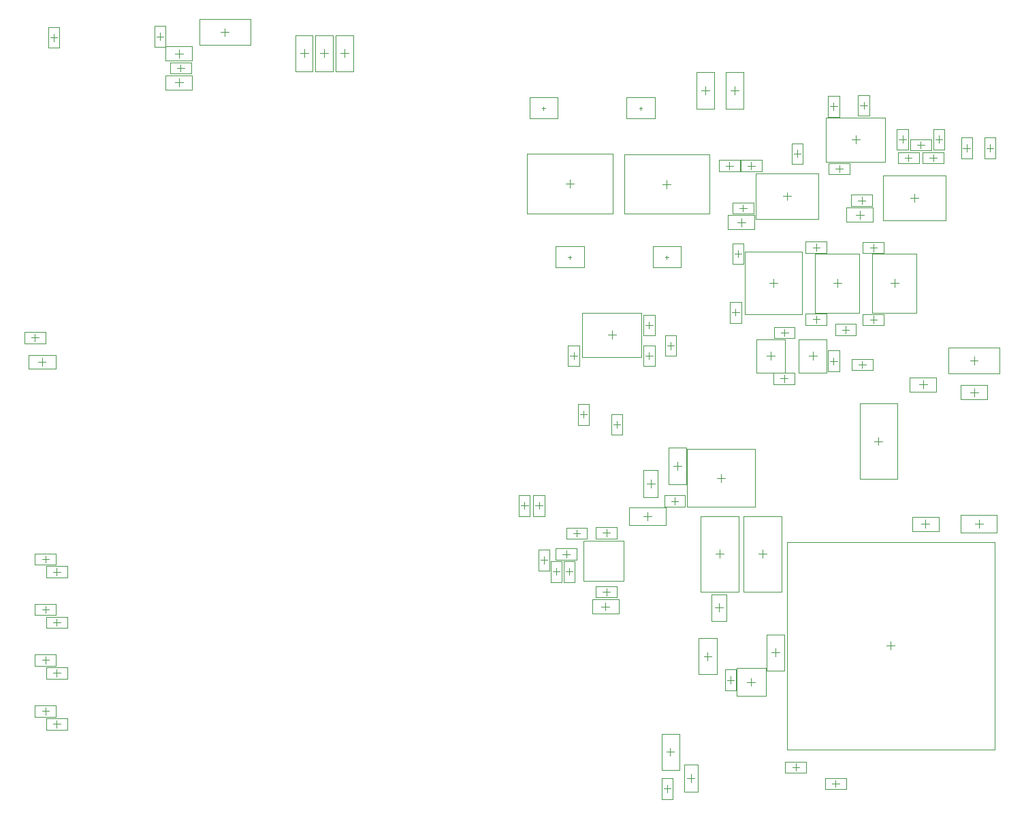
<source format=gbr>
%FSTAX23Y23*%
%MOIN*%
%SFA1B1*%

%IPPOS*%
%ADD95C,0.003937*%
%ADD132C,0.001968*%
%ADD133C,0.001000*%
%LNhardwarecontrollerpcb_mechanical_15-1*%
%LPD*%
G54D95*
X001Y0221D02*
X00139D01*
X0012Y0219D02*
Y0223D01*
X03425Y01643D02*
X03464D01*
X03444Y01623D02*
Y01663D01*
X04256Y0082D02*
X04295D01*
X04275Y008D02*
Y0084D01*
X04293Y02577D02*
Y02617D01*
X04274Y02597D02*
X04313D01*
X03159Y03083D02*
X03199D01*
X03179Y03063D02*
Y03103D01*
X03387Y02937D02*
Y03229D01*
X0297Y02937D02*
X03387D01*
X0297D02*
Y03229D01*
X03387*
X02685Y03084D02*
X02724D01*
X02704Y03064D02*
Y03104D01*
X02913Y02938D02*
Y0323D01*
X02496Y02938D02*
X02913D01*
X02496D02*
Y0323D01*
X02913*
X02891Y02344D02*
X02931D01*
X02911Y02324D02*
Y02364D01*
X03893Y02221D02*
Y02261D01*
X03873Y02241D02*
X03913D01*
X04084Y033D02*
X04123D01*
X04104Y0328D02*
Y0332D01*
X04371Y03015D02*
X04411D01*
X04391Y02995D02*
Y03034D01*
X04013Y02578D02*
Y02617D01*
X03993Y02597D02*
X04033D01*
X03688Y02221D02*
Y02261D01*
X03668Y02241D02*
X03708D01*
X03749Y03024D02*
X03789D01*
X03769Y03004D02*
Y03043D01*
X03702Y02578D02*
Y02617D01*
X03682Y02597D02*
X03722D01*
X00175Y00437D02*
X0021D01*
X00192Y00419D02*
Y00454D01*
X00175Y00687D02*
X0021D01*
X00192Y00669D02*
Y00704D01*
X00175Y00935D02*
X0021D01*
X00192Y00917D02*
Y00952D01*
X00175Y01183D02*
X0021D01*
X00192Y01165D02*
Y012D01*
X00068Y0233D02*
X00104D01*
X00086Y02312D02*
Y02348D01*
X04118Y02198D02*
X04153D01*
X04135Y02181D02*
Y02216D01*
X04434Y0208D02*
Y0212D01*
X04414Y021D02*
X04453D01*
X03492Y00635D02*
Y00671D01*
X03474Y00653D02*
X03509D01*
X03793Y00226D02*
X03828D01*
X03811Y00208D02*
Y00244D01*
X02578Y01222D02*
Y01257D01*
X02561Y0124D02*
X02596D01*
X0272Y01372D02*
X02755D01*
X02738Y01354D02*
Y01389D01*
X027Y01167D02*
Y01202D01*
X02683Y01185D02*
X02718D01*
X03181Y00102D02*
Y00137D01*
X03163Y0012D02*
X03198D01*
X03415Y01007D02*
X03454D01*
X03435Y00988D02*
Y01027D01*
X04647Y03242D02*
Y03277D01*
X04629Y03259D02*
X04665D01*
X04761Y03242D02*
Y03277D01*
X04744Y03259D02*
X04779D01*
X0079Y03561D02*
Y036D01*
X00771Y03581D02*
X0081D01*
X00791Y03703D02*
Y03742D01*
X00772Y03722D02*
X00811D01*
X03092Y02224D02*
Y02259D01*
X03074Y02242D02*
X0311D01*
X03198Y02273D02*
Y02309D01*
X03181Y02291D02*
X03216D01*
X02724Y02224D02*
Y02259D01*
X02706Y02242D02*
X02742D01*
X02771Y01937D02*
Y01972D01*
X02753Y01954D02*
X02789D01*
X02482Y0149D02*
Y01525D01*
X02464Y01507D02*
X025D01*
X02553Y0149D02*
Y01525D01*
X02535Y01507D02*
X0257D01*
X04511Y03284D02*
Y0332D01*
X04493Y03302D02*
X04529D01*
X04334Y03284D02*
Y0332D01*
X04316Y03302D02*
X04352D01*
X04037Y02369D02*
X04072D01*
X04054Y02351D02*
Y02387D01*
X03737Y02355D02*
X03773D01*
X03755Y02338D02*
Y02373D01*
X03572Y00643D02*
X03612D01*
X03592Y00624D02*
Y00663D01*
X016Y03705D02*
Y03745D01*
X0158Y03725D02*
X0162D01*
X01501Y03705D02*
Y03745D01*
X01482Y03725D02*
X01521D01*
X01403Y03705D02*
Y03745D01*
X01383Y03725D02*
X01423D01*
X0351Y03522D02*
Y03562D01*
X0349Y03542D02*
X0353D01*
X03368Y03522D02*
Y03562D01*
X03349Y03542D02*
X03388D01*
X0012Y005D02*
X00155D01*
X00137Y00482D02*
Y00517D01*
X0012Y0075D02*
X00155D01*
X00137Y00732D02*
Y00767D01*
X0012Y00998D02*
X00155D01*
X00137Y0098D02*
Y01015D01*
X0012Y01246D02*
X00155D01*
X00137Y01228D02*
Y01263D01*
X04663Y02218D02*
X04702D01*
X04683Y02198D02*
Y02238D01*
X031Y01596D02*
Y01635D01*
X0308Y01616D02*
X0312D01*
X03988Y00145D02*
X04023D01*
X04005Y00127D02*
Y00163D01*
X03297Y00151D02*
Y0019D01*
X03277Y00171D02*
X03316D01*
X00996Y03827D02*
X01036D01*
X01016Y03807D02*
Y03846D01*
X0323Y01682D02*
Y01721D01*
X0321Y01701D02*
X0325D01*
X032Y01529D02*
X03236D01*
X03218Y01511D02*
Y01547D01*
X04687Y01417D02*
X04727D01*
X04707Y01397D02*
Y01437D01*
X0371Y00767D02*
Y00807D01*
X0369Y00787D02*
X0373D01*
X04684Y02043D02*
Y02082D01*
X04664Y02062D02*
X04703D01*
X04445Y01397D02*
Y01437D01*
X04426Y01417D02*
X04465D01*
X02669Y01269D02*
X02704D01*
X02687Y01251D02*
Y01287D01*
X02637Y01167D02*
Y01202D01*
X0262Y01185D02*
X02655D01*
X03064Y01454D02*
X03104D01*
X03084Y01435D02*
Y01474D01*
X02866Y01374D02*
X02901D01*
X02883Y01356D02*
Y01391D01*
X02866Y01084D02*
X02901D01*
X02883Y01066D02*
Y01102D01*
X02878Y00994D02*
Y01033D01*
X02859Y01013D02*
X02898D01*
X03379Y00749D02*
Y00788D01*
X0336Y00768D02*
X03399D01*
X03196Y0028D02*
Y00319D01*
X03177Y003D02*
X03216D01*
X04173Y02419D02*
X04208D01*
X0419Y02401D02*
Y02437D01*
X04173Y02771D02*
X04208D01*
X0419Y02753D02*
Y02789D01*
X00781Y03652D02*
X00817D01*
X00799Y03634D02*
Y03669D01*
X00698Y03788D02*
Y03824D01*
X0068Y03806D02*
X00716D01*
X00178Y03783D02*
Y03819D01*
X00161Y03801D02*
X00196D01*
X03092Y02374D02*
Y02409D01*
X03074Y02391D02*
X0311D01*
X02935Y01887D02*
Y01923D01*
X02917Y01905D02*
X02952D01*
X03996Y03446D02*
Y03482D01*
X03978Y03464D02*
X04013D01*
X04466Y03212D02*
X04501D01*
X04483Y03194D02*
Y03229D01*
X04143Y0345D02*
Y03486D01*
X04125Y03468D02*
X04161D01*
X04405Y03275D02*
X0444D01*
X04422Y03257D02*
Y03292D01*
X03995Y02198D02*
Y02233D01*
X03977Y02216D02*
X04013D01*
X04344Y03212D02*
X04379D01*
X04361Y03194D02*
Y03229D01*
X04005Y03158D02*
X04041D01*
X04023Y03141D02*
Y03176D01*
X04124Y02912D02*
Y02952D01*
X04105Y02932D02*
X04144D01*
X04115Y03003D02*
X04151D01*
X04133Y02985D02*
Y03021D01*
X03893Y0242D02*
X03928D01*
X03911Y02403D02*
Y02438D01*
X03893Y02773D02*
X03928D01*
X03911Y02755D02*
Y0279D01*
X03818Y03214D02*
Y0325D01*
X03801Y03232D02*
X03836D01*
X03735Y0213D02*
X03771D01*
X03753Y02112D02*
Y02147D01*
X03574Y03173D02*
X0361D01*
X03592Y03155D02*
Y0319D01*
X03468Y03173D02*
X03503D01*
X03486Y03155D02*
Y0319D01*
X03543Y02876D02*
Y02915D01*
X03524Y02896D02*
X03563D01*
X03535Y02965D02*
X0357D01*
X03552Y02947D02*
Y02982D01*
X03529Y02724D02*
Y02759D01*
X03511Y02741D02*
X03546D01*
X03515Y02437D02*
Y02472D01*
X03498Y02454D02*
X03533D01*
G54D132*
X00187Y02177D02*
Y02244D01*
X00053Y02177D02*
Y02244D01*
Y02177D02*
X00187D01*
X00053Y02244D02*
X00187D01*
X0312Y03405D02*
Y03507D01*
X02982Y03405D02*
X0312D01*
X02982D02*
Y03507D01*
X0312*
X03043Y03454D02*
X03059D01*
X03051Y03446D02*
Y03462D01*
X02645Y03405D02*
Y03507D01*
X02507Y03405D02*
X02645D01*
X02507D02*
Y03507D01*
X02645*
X02568Y03454D02*
X02584D01*
X02576Y03446D02*
Y03462D01*
X02773Y02675D02*
Y02777D01*
X02635Y02675D02*
X02773D01*
X02635D02*
Y02777D01*
X02773*
X02696Y02724D02*
X02712D01*
X02704Y02716D02*
Y02732D01*
X03248Y02675D02*
Y02777D01*
X0311Y02675D02*
X03248D01*
X0311D02*
Y02777D01*
X03248*
X03171Y02724D02*
X03187D01*
X03179Y02716D02*
Y02732D01*
X03279Y01501D02*
Y01785D01*
X0361Y01501D02*
Y01785D01*
X03279D02*
X0361D01*
X03279Y01501D02*
X0361D01*
X03768Y00312D02*
Y01328D01*
Y00312D02*
X04783D01*
Y01328*
X03768D02*
X04783D01*
X04185Y02452D02*
X04402D01*
X04185Y02742D02*
X04402D01*
X04185Y02452D02*
Y02742D01*
X04402Y02452D02*
Y02742D01*
X02766Y02236D02*
Y02452D01*
X03056Y02236D02*
Y02452D01*
X02766D02*
X03056D01*
X02766Y02236D02*
X03056D01*
X03824Y02323D02*
X03962D01*
X03824Y02159D02*
X03962D01*
Y02323*
X03824Y02159D02*
Y02323D01*
X04248Y03192D02*
Y03408D01*
X03959Y03192D02*
Y03408D01*
Y03192D02*
X04248D01*
X03959Y03408D02*
X04248D01*
X04544Y02904D02*
Y03125D01*
X04237Y02904D02*
Y03125D01*
Y02904D02*
X04544D01*
X04237Y03125D02*
X04544D01*
X03905Y02453D02*
X04121D01*
X03905Y02742D02*
X04121D01*
X03905Y02453D02*
Y02742D01*
X04121Y02453D02*
Y02742D01*
X03619Y02323D02*
X03757D01*
X03619Y02159D02*
X03757D01*
Y02323*
X03619Y02159D02*
Y02323D01*
X03922Y02913D02*
Y03134D01*
X03615Y02913D02*
Y03134D01*
Y02913D02*
X03922D01*
X03615Y03134D02*
X03922D01*
X03562Y02444D02*
X03842D01*
X03562Y02751D02*
X03842D01*
X03562Y02444D02*
Y02751D01*
X03842Y02444D02*
Y02751D01*
X00141Y00409D02*
Y00464D01*
X00244Y00409D02*
Y00464D01*
X00141D02*
X00244D01*
X00141Y00409D02*
X00244D01*
X00141Y00659D02*
Y00714D01*
X00244Y00659D02*
Y00714D01*
X00141D02*
X00244D01*
X00141Y00659D02*
X00244D01*
X00141Y00907D02*
Y00962D01*
X00244Y00907D02*
Y00962D01*
X00141D02*
X00244D01*
X00141Y00907D02*
X00244D01*
X00141Y01155D02*
Y0121D01*
X00244Y01155D02*
Y0121D01*
X00141D02*
X00244D01*
X00141Y01155D02*
X00244D01*
X00035Y02303D02*
Y02358D01*
X00137Y02303D02*
Y02358D01*
X00035D02*
X00137D01*
X00035Y02303D02*
X00137D01*
X04084Y02171D02*
Y02226D01*
X04187Y02171D02*
Y02226D01*
X04084D02*
X04187D01*
X04084Y02171D02*
X04187D01*
X04369Y02135D02*
X04499D01*
X04369Y02064D02*
X04499D01*
X04369D02*
Y02135D01*
X04499Y02064D02*
Y02135D01*
X03464Y00602D02*
X03519D01*
X03464Y00704D02*
X03519D01*
X03464Y00602D02*
Y00704D01*
X03519Y00602D02*
Y00704D01*
X03862Y00198D02*
Y00253D01*
X03759Y00198D02*
Y00253D01*
Y00198D02*
X03862D01*
X03759Y00253D02*
X03862D01*
X02551Y01188D02*
X02606D01*
X02551Y01291D02*
X02606D01*
X02551Y01188D02*
Y01291D01*
X02606Y01188D02*
Y01291D01*
X02789Y01344D02*
Y01399D01*
X02687Y01344D02*
Y01399D01*
Y01344D02*
X02789D01*
X02687Y01399D02*
X02789D01*
X02673Y01133D02*
X02728D01*
X02673Y01236D02*
X02728D01*
X02673Y01133D02*
Y01236D01*
X02728Y01133D02*
Y01236D01*
X03153Y00068D02*
X03208D01*
X03153Y00171D02*
X03208D01*
X03153Y00068D02*
Y00171D01*
X03208Y00068D02*
Y00171D01*
X0347Y00942D02*
Y01072D01*
X03399Y00942D02*
Y01072D01*
X0347*
X03399Y00942D02*
X0347D01*
X0462Y03208D02*
X04675D01*
X0462Y03311D02*
X04675D01*
X0462Y03208D02*
Y03311D01*
X04675Y03208D02*
Y03311D01*
X04734Y03208D02*
X04789D01*
X04734Y03311D02*
X04789D01*
X04734Y03208D02*
Y03311D01*
X04789Y03208D02*
Y03311D01*
X00725Y03616D02*
X00855D01*
X00725Y03545D02*
X00855D01*
X00725D02*
Y03616D01*
X00855Y03545D02*
Y03616D01*
X00726Y03687D02*
X00856D01*
X00726Y03758D02*
X00856D01*
Y03687D02*
Y03758D01*
X00726Y03687D02*
Y03758D01*
X03064Y0219D02*
X0312D01*
X03064Y02293D02*
X0312D01*
X03064Y0219D02*
Y02293D01*
X0312Y0219D02*
Y02293D01*
X03171Y0224D02*
X03226D01*
X03171Y02342D02*
X03226D01*
X03171Y0224D02*
Y02342D01*
X03226Y0224D02*
Y02342D01*
X02696Y0219D02*
X02751D01*
X02696Y02293D02*
X02751D01*
X02696Y0219D02*
Y02293D01*
X02751Y0219D02*
Y02293D01*
X02744Y02005D02*
X02799D01*
X02744Y01903D02*
X02799D01*
Y02005*
X02744Y01903D02*
Y02005D01*
X02454Y01456D02*
X02509D01*
X02454Y01559D02*
X02509D01*
X02454Y01456D02*
Y01559D01*
X02509Y01456D02*
Y01559D01*
X02525Y01456D02*
X0258D01*
X02525Y01559D02*
X0258D01*
X02525Y01456D02*
Y01559D01*
X0258Y01456D02*
Y01559D01*
X04483Y03251D02*
X04539D01*
X04483Y03353D02*
X04539D01*
X04483Y03251D02*
Y03353D01*
X04539Y03251D02*
Y03353D01*
X04306Y03251D02*
X04361D01*
X04306Y03353D02*
X04361D01*
X04306Y03251D02*
Y03353D01*
X04361Y03251D02*
Y03353D01*
X04003Y02341D02*
Y02397D01*
X04106Y02341D02*
Y02397D01*
X04003D02*
X04106D01*
X04003Y02341D02*
X04106D01*
X03704Y02328D02*
Y02383D01*
X03806Y02328D02*
Y02383D01*
X03704D02*
X03806D01*
X03704Y02328D02*
X03806D01*
X0352Y00574D02*
Y00712D01*
X03664Y00574D02*
Y00712D01*
X0352D02*
X03664D01*
X0352Y00574D02*
X03664D01*
X01557Y03813D02*
X01643D01*
X01557Y03636D02*
X01643D01*
Y03813*
X01557Y03636D02*
Y03813D01*
X01458Y03813D02*
X01545D01*
X01458Y03636D02*
X01545D01*
Y03813*
X01458Y03636D02*
Y03813D01*
X0136D02*
X01446D01*
X0136Y03636D02*
X01446D01*
Y03813*
X0136Y03636D02*
Y03813D01*
X03467Y0363D02*
X03553D01*
X03467Y03453D02*
X03553D01*
Y0363*
X03467Y03453D02*
Y0363D01*
X03325D02*
X03412D01*
X03325Y03453D02*
X03412D01*
Y0363*
X03325Y03453D02*
Y0363D01*
X00188Y00472D02*
Y00527D01*
X00086Y00472D02*
Y00527D01*
Y00472D02*
X00188D01*
X00086Y00527D02*
X00188D01*
Y00722D02*
Y00777D01*
X00086Y00722D02*
Y00777D01*
Y00722D02*
X00188D01*
X00086Y00777D02*
X00188D01*
Y0097D02*
Y01025D01*
X00086Y0097D02*
Y01025D01*
Y0097D02*
X00188D01*
X00086Y01025D02*
X00188D01*
Y01218D02*
Y01273D01*
X00086Y01218D02*
Y01273D01*
Y01218D02*
X00188D01*
X00086Y01273D02*
X00188D01*
X04807Y02155D02*
Y02281D01*
X04559Y02155D02*
Y02281D01*
Y02155D02*
X04807D01*
X04559Y02281D02*
X04807D01*
X03066Y01549D02*
X03133D01*
X03066Y01683D02*
X03133D01*
X03066Y01549D02*
Y01683D01*
X03133Y01549D02*
Y01683D01*
X04057Y00118D02*
Y00173D01*
X03954Y00118D02*
Y00173D01*
Y00118D02*
X04057D01*
X03954Y00173D02*
X04057D01*
X03263Y00238D02*
X0333D01*
X03263Y00104D02*
X0333D01*
Y00238*
X03263Y00104D02*
Y00238D01*
X0114Y03764D02*
Y0389D01*
X00892Y03764D02*
Y0389D01*
Y03764D02*
X0114D01*
X00892Y0389D02*
X0114D01*
X04309Y01638D02*
Y02008D01*
X04123Y01638D02*
X04309D01*
X04123D02*
Y02008D01*
X04309*
X04196Y01823D02*
X04236D01*
X04216Y01804D02*
Y01843D01*
X03187Y01613D02*
X03273D01*
X03187Y0179D02*
X03273D01*
X03187Y01613D02*
Y0179D01*
X03273Y01613D02*
Y0179D01*
X03269Y01501D02*
Y01557D01*
X03167Y01501D02*
Y01557D01*
Y01501D02*
X03269D01*
X03167Y01557D02*
X03269D01*
X04619Y01374D02*
Y0146D01*
X04796Y01374D02*
Y0146D01*
X04619D02*
X04796D01*
X04619Y01374D02*
X04796D01*
X03667Y00875D02*
X03753D01*
X03667Y00698D02*
X03753D01*
Y00875*
X03667Y00698D02*
Y00875D01*
X04619Y02027D02*
X04749D01*
X04619Y02098D02*
X04749D01*
Y02027D02*
Y02098D01*
X04619Y02027D02*
Y02098D01*
X0438Y01452D02*
X0451D01*
X0438Y01381D02*
X0451D01*
X0438D02*
Y01452D01*
X0451Y01381D02*
Y01452D01*
X02738Y01242D02*
Y01297D01*
X02635Y01242D02*
Y01297D01*
Y01242D02*
X02738D01*
X02635Y01297D02*
X02738D01*
X0261Y01133D02*
X02665D01*
X0261Y01236D02*
X02665D01*
X0261Y01133D02*
Y01236D01*
X02665Y01133D02*
Y01236D01*
X03556Y01085D02*
Y01455D01*
X03742*
Y01085D02*
Y01455D01*
X03556Y01085D02*
X03742D01*
X03629Y0127D02*
X03669D01*
X03649Y0125D02*
Y0129D01*
X03345Y01085D02*
Y01455D01*
X03531*
Y01085D02*
Y01455D01*
X03345Y01085D02*
X03531D01*
X03419Y0127D02*
X03458D01*
X03438Y0125D02*
Y0129D01*
X03173Y01411D02*
Y01498D01*
X02996Y01411D02*
Y01498D01*
Y01411D02*
X03173D01*
X02996Y01498D02*
X03173D01*
X02935Y01346D02*
Y01401D01*
X02832Y01346D02*
Y01401D01*
Y01346D02*
X02935D01*
X02832Y01401D02*
X02935D01*
X02935Y01057D02*
Y01112D01*
X02832Y01057D02*
Y01112D01*
Y01057D02*
X02935D01*
X02832Y01112D02*
X02935D01*
X02813Y01049D02*
X02943D01*
X02813Y00978D02*
X02943D01*
X02813D02*
Y01049D01*
X02943Y00978D02*
Y01049D01*
X03336Y00857D02*
X03423D01*
X03336Y0068D02*
X03423D01*
Y00857*
X03336Y0068D02*
Y00857D01*
X03153Y00388D02*
X0324D01*
X03153Y00211D02*
X0324D01*
Y00388*
X03153Y00211D02*
Y00388D01*
X04139Y02391D02*
Y02446D01*
X04242Y02391D02*
Y02446D01*
X04139D02*
X04242D01*
X04139Y02391D02*
X04242D01*
X04139Y02744D02*
Y02799D01*
X04242Y02744D02*
Y02799D01*
X04139D02*
X04242D01*
X04139Y02744D02*
X04242D01*
X00748Y03624D02*
Y03679D01*
X0085Y03624D02*
Y03679D01*
X00748D02*
X0085D01*
X00748Y03624D02*
X0085D01*
X0067Y03857D02*
X00725D01*
X0067Y03755D02*
X00725D01*
Y03857*
X0067Y03755D02*
Y03857D01*
X00151Y0375D02*
X00206D01*
X00151Y03852D02*
X00206D01*
X00151Y0375D02*
Y03852D01*
X00206Y0375D02*
Y03852D01*
X03064Y0234D02*
X0312D01*
X03064Y02442D02*
X0312D01*
X03064Y0234D02*
Y02442D01*
X0312Y0234D02*
Y02442D01*
X02907Y01956D02*
X02962D01*
X02907Y01854D02*
X02962D01*
Y01956*
X02907Y01854D02*
Y01956D01*
X03968Y03413D02*
X04023D01*
X03968Y03515D02*
X04023D01*
X03968Y03413D02*
Y03515D01*
X04023Y03413D02*
Y03515D01*
X04535Y03184D02*
Y03239D01*
X04432Y03184D02*
Y03239D01*
Y03184D02*
X04535D01*
X04432Y03239D02*
X04535D01*
X04116Y03417D02*
X04171D01*
X04116Y03519D02*
X04171D01*
X04116Y03417D02*
Y03519D01*
X04171Y03417D02*
Y03519D01*
X04371Y03247D02*
Y03302D01*
X04474Y03247D02*
Y03302D01*
X04371D02*
X04474D01*
X04371Y03247D02*
X04474D01*
X03967Y02267D02*
X04023D01*
X03967Y02164D02*
X04023D01*
Y02267*
X03967Y02164D02*
Y02267D01*
X04413Y03184D02*
Y03239D01*
X0431Y03184D02*
Y03239D01*
Y03184D02*
X04413D01*
X0431Y03239D02*
X04413D01*
X04074Y03131D02*
Y03186D01*
X03972Y03131D02*
Y03186D01*
Y03131D02*
X04074D01*
X03972Y03186D02*
X04074D01*
X04059Y02897D02*
X04189D01*
X04059Y02967D02*
X04189D01*
Y02897D02*
Y02967D01*
X04059Y02897D02*
Y02967D01*
X04184Y02975D02*
Y0303D01*
X04082Y02975D02*
Y0303D01*
Y02975D02*
X04184D01*
X04082Y0303D02*
X04184D01*
X03859Y02393D02*
Y02448D01*
X03962Y02393D02*
Y02448D01*
X03859D02*
X03962D01*
X03859Y02393D02*
X03962D01*
X03859Y02745D02*
Y028D01*
X03962Y02745D02*
Y028D01*
X03859D02*
X03962D01*
X03859Y02745D02*
X03962D01*
X03791Y03181D02*
X03846D01*
X03791Y03283D02*
X03846D01*
X03791Y03181D02*
Y03283D01*
X03846Y03181D02*
Y03283D01*
X03804Y02102D02*
Y02157D01*
X03702Y02102D02*
Y02157D01*
Y02102D02*
X03804D01*
X03702Y02157D02*
X03804D01*
X03541Y03145D02*
Y032D01*
X03643Y03145D02*
Y032D01*
X03541D02*
X03643D01*
X03541Y03145D02*
X03643D01*
X03537D02*
Y032D01*
X03435Y03145D02*
Y032D01*
Y03145D02*
X03537D01*
X03435Y032D02*
X03537D01*
X03479Y0286D02*
X03608D01*
X03479Y02931D02*
X03608D01*
Y0286D02*
Y02931D01*
X03479Y0286D02*
Y02931D01*
X03604Y02937D02*
Y02992D01*
X03501Y02937D02*
Y02992D01*
Y02937D02*
X03604D01*
X03501Y02992D02*
X03604D01*
X03501Y0269D02*
X03556D01*
X03501Y02792D02*
X03556D01*
X03501Y0269D02*
Y02792D01*
X03556Y0269D02*
Y02792D01*
X03488Y02403D02*
X03543D01*
X03488Y02505D02*
X03543D01*
X03488Y02403D02*
Y02505D01*
X03543Y02403D02*
Y02505D01*
G54D133*
X02772Y01138D02*
X02969D01*
Y01335*
X02772D02*
X02969D01*
X02772Y01138D02*
Y01335D01*
M02*
</source>
